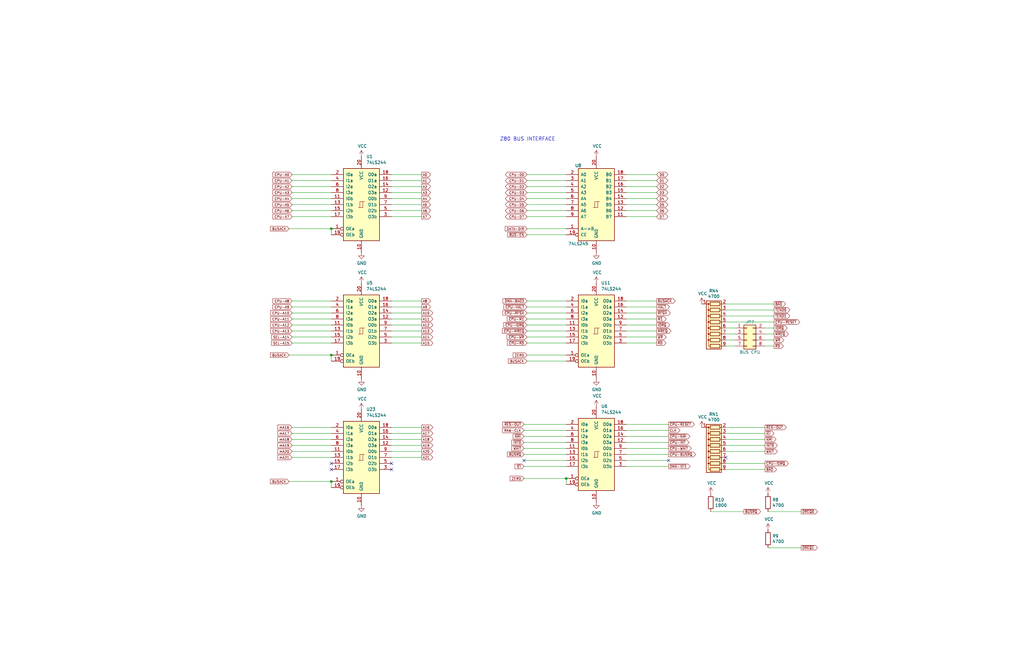
<source format=kicad_sch>
(kicad_sch (version 20211123) (generator eeschema)
  (paper "B")
  (lib_symbols
    (symbol "74xx:74LS244" (pin_names (offset 1.016))
      (property "Reference" "U" (at -7.62 16.51 0))
      (property "Value" "74LS244" (at -7.62 -16.51 0))
      (symbol "74LS244_1_0"
        (polyline (pts (xy -0.635 -1.27) (xy -0.635 1.27) (xy 0.635 1.27)))
        (polyline (pts (xy -1.27 -1.27) (xy 0.635 -1.27) (xy 0.635 1.27) (xy 1.27 1.27)))
        (pin input inverted (at -12.7 -10.16 0) (length 5.08) (name "OEa") (number "1"))
        (pin power_in line (at 0 -20.32 90) (length 5.08) (name "GND") (number "10"))
        (pin input line (at -12.7 2.54 0) (length 5.08) (name "I0b") (number "11"))
        (pin tri_state line (at 12.7 5.08 180) (length 5.08) (name "O3a") (number "12"))
        (pin input line (at -12.7 0 0) (length 5.08) (name "I1b") (number "13"))
        (pin tri_state line (at 12.7 7.62 180) (length 5.08) (name "O2a") (number "14"))
        (pin input line (at -12.7 -2.54 0) (length 5.08) (name "I2b") (number "15"))
        (pin tri_state line (at 12.7 10.16 180) (length 5.08) (name "O1a") (number "16"))
        (pin input line (at -12.7 -5.08 0) (length 5.08) (name "I3b") (number "17"))
        (pin tri_state line (at 12.7 12.7 180) (length 5.08) (name "O0a") (number "18"))
        (pin input inverted (at -12.7 -12.7 0) (length 5.08) (name "OEb") (number "19"))
        (pin input line (at -12.7 12.7 0) (length 5.08) (name "I0a") (number "2"))
        (pin power_in line (at 0 20.32 270) (length 5.08) (name "VCC") (number "20"))
        (pin tri_state line (at 12.7 -5.08 180) (length 5.08) (name "O3b") (number "3"))
        (pin input line (at -12.7 10.16 0) (length 5.08) (name "I1a") (number "4"))
        (pin tri_state line (at 12.7 -2.54 180) (length 5.08) (name "O2b") (number "5"))
        (pin input line (at -12.7 7.62 0) (length 5.08) (name "I2a") (number "6"))
        (pin tri_state line (at 12.7 0 180) (length 5.08) (name "O1b") (number "7"))
        (pin input line (at -12.7 5.08 0) (length 5.08) (name "I3a") (number "8"))
        (pin tri_state line (at 12.7 2.54 180) (length 5.08) (name "O0b") (number "9"))
      )
      (symbol "74LS244_1_1"
        (rectangle (start -7.62 15.24) (end 7.62 -15.24) (stroke (width 0.254)) (fill (type background)))
      )
    )
    (symbol "74xx:74LS245" (pin_names (offset 1.016))
      (property "Reference" "U" (at -7.62 16.51 0))
      (property "Value" "74LS245" (at -7.62 -16.51 0))
      (symbol "74LS245_1_0"
        (polyline (pts (xy -0.635 -1.27) (xy -0.635 1.27) (xy 0.635 1.27)))
        (polyline (pts (xy -1.27 -1.27) (xy 0.635 -1.27) (xy 0.635 1.27) (xy 1.27 1.27)))
        (pin input line (at -12.7 -10.16 0) (length 5.08) (name "A->B") (number "1"))
        (pin power_in line (at 0 -20.32 90) (length 5.08) (name "GND") (number "10"))
        (pin tri_state line (at 12.7 -5.08 180) (length 5.08) (name "B7") (number "11"))
        (pin tri_state line (at 12.7 -2.54 180) (length 5.08) (name "B6") (number "12"))
        (pin tri_state line (at 12.7 0 180) (length 5.08) (name "B5") (number "13"))
        (pin tri_state line (at 12.7 2.54 180) (length 5.08) (name "B4") (number "14"))
        (pin tri_state line (at 12.7 5.08 180) (length 5.08) (name "B3") (number "15"))
        (pin tri_state line (at 12.7 7.62 180) (length 5.08) (name "B2") (number "16"))
        (pin tri_state line (at 12.7 10.16 180) (length 5.08) (name "B1") (number "17"))
        (pin tri_state line (at 12.7 12.7 180) (length 5.08) (name "B0") (number "18"))
        (pin input inverted (at -12.7 -12.7 0) (length 5.08) (name "CE") (number "19"))
        (pin tri_state line (at -12.7 12.7 0) (length 5.08) (name "A0") (number "2"))
        (pin power_in line (at 0 20.32 270) (length 5.08) (name "VCC") (number "20"))
        (pin tri_state line (at -12.7 10.16 0) (length 5.08) (name "A1") (number "3"))
        (pin tri_state line (at -12.7 7.62 0) (length 5.08) (name "A2") (number "4"))
        (pin tri_state line (at -12.7 5.08 0) (length 5.08) (name "A3") (number "5"))
        (pin tri_state line (at -12.7 2.54 0) (length 5.08) (name "A4") (number "6"))
        (pin tri_state line (at -12.7 0 0) (length 5.08) (name "A5") (number "7"))
        (pin tri_state line (at -12.7 -2.54 0) (length 5.08) (name "A6") (number "8"))
        (pin tri_state line (at -12.7 -5.08 0) (length 5.08) (name "A7") (number "9"))
      )
      (symbol "74LS245_1_1"
        (rectangle (start -7.62 15.24) (end 7.62 -15.24) (stroke (width 0.254)) (fill (type background)))
      )
    )
    (symbol "Connector_Generic:Conn_02x04_Odd_Even" (pin_names (offset 1.016) hide)
      (property "Reference" "J" (at 1.27 5.08 0))
      (property "Value" "Conn_02x04_Odd_Even" (at 1.27 -7.62 0))
      (symbol "Conn_02x04_Odd_Even_1_1"
        (rectangle (start -1.27 -4.953) (end 0 -5.207) (stroke (width 0.1524)))
        (rectangle (start -1.27 -2.413) (end 0 -2.667) (stroke (width 0.1524)))
        (rectangle (start -1.27 0.127) (end 0 -0.127) (stroke (width 0.1524)))
        (rectangle (start -1.27 2.667) (end 0 2.413) (stroke (width 0.1524)))
        (rectangle (start -1.27 3.81) (end 3.81 -6.35) (stroke (width 0.254)) (fill (type background)))
        (rectangle (start 3.81 -4.953) (end 2.54 -5.207) (stroke (width 0.1524)))
        (rectangle (start 3.81 -2.413) (end 2.54 -2.667) (stroke (width 0.1524)))
        (rectangle (start 3.81 0.127) (end 2.54 -0.127) (stroke (width 0.1524)))
        (rectangle (start 3.81 2.667) (end 2.54 2.413) (stroke (width 0.1524)))
        (pin passive line (at -5.08 2.54 0) (length 3.81) (name "Pin_1") (number "1"))
        (pin passive line (at 7.62 2.54 180) (length 3.81) (name "Pin_2") (number "2"))
        (pin passive line (at -5.08 0 0) (length 3.81) (name "Pin_3") (number "3"))
        (pin passive line (at 7.62 0 180) (length 3.81) (name "Pin_4") (number "4"))
        (pin passive line (at -5.08 -2.54 0) (length 3.81) (name "Pin_5") (number "5"))
        (pin passive line (at 7.62 -2.54 180) (length 3.81) (name "Pin_6") (number "6"))
        (pin passive line (at -5.08 -5.08 0) (length 3.81) (name "Pin_7") (number "7"))
        (pin passive line (at 7.62 -5.08 180) (length 3.81) (name "Pin_8") (number "8"))
      )
    )
    (symbol "Device:R" (pin_numbers hide) (pin_names (offset 0))
      (property "Reference" "R" (at 2.032 0 90))
      (property "Value" "R" (at 0 0 90))
      (symbol "R_0_1"
        (rectangle (start -1.016 -2.54) (end 1.016 2.54) (stroke (width 0.254)))
      )
      (symbol "R_1_1"
        (pin passive line (at 0 3.81 270) (length 1.27) (name "~") (number "1"))
        (pin passive line (at 0 -3.81 90) (length 1.27) (name "~") (number "2"))
      )
    )
    (symbol "Device:R_Network08" (pin_names (offset 0) hide)
      (property "Reference" "RN" (at -12.7 0 90))
      (property "Value" "R_Network08" (at 10.16 0 90))
      (symbol "R_Network08_0_1"
        (rectangle (start -11.43 -3.175) (end 8.89 3.175) (stroke (width 0.254)) (fill (type background)))
        (rectangle (start -10.922 1.524) (end -9.398 -2.54) (stroke (width 0.254)))
        (circle (center -10.16 2.286) (radius 0.254) (fill (type outline)))
        (rectangle (start -8.382 1.524) (end -6.858 -2.54) (stroke (width 0.254)))
        (circle (center -7.62 2.286) (radius 0.254) (fill (type outline)))
        (rectangle (start -5.842 1.524) (end -4.318 -2.54) (stroke (width 0.254)))
        (circle (center -5.08 2.286) (radius 0.254) (fill (type outline)))
        (rectangle (start -3.302 1.524) (end -1.778 -2.54) (stroke (width 0.254)))
        (circle (center -2.54 2.286) (radius 0.254) (fill (type outline)))
        (rectangle (start -0.762 1.524) (end 0.762 -2.54) (stroke (width 0.254)))
        (polyline (pts (xy -10.16 -2.54) (xy -10.16 -3.81)))
        (polyline (pts (xy -7.62 -2.54) (xy -7.62 -3.81)))
        (polyline (pts (xy -5.08 -2.54) (xy -5.08 -3.81)))
        (polyline (pts (xy -2.54 -2.54) (xy -2.54 -3.81)))
        (polyline (pts (xy 0 -2.54) (xy 0 -3.81)))
        (polyline (pts (xy 2.54 -2.54) (xy 2.54 -3.81)))
        (polyline (pts (xy 5.08 -2.54) (xy 5.08 -3.81)))
        (polyline (pts (xy 7.62 -2.54) (xy 7.62 -3.81)))
        (polyline (pts (xy -10.16 1.524) (xy -10.16 2.286) (xy -7.62 2.286) (xy -7.62 1.524)))
        (polyline (pts (xy -7.62 1.524) (xy -7.62 2.286) (xy -5.08 2.286) (xy -5.08 1.524)))
        (polyline (pts (xy -5.08 1.524) (xy -5.08 2.286) (xy -2.54 2.286) (xy -2.54 1.524)))
        (polyline (pts (xy -2.54 1.524) (xy -2.54 2.286) (xy 0 2.286) (xy 0 1.524)))
        (polyline (pts (xy 0 1.524) (xy 0 2.286) (xy 2.54 2.286) (xy 2.54 1.524)))
        (polyline (pts (xy 2.54 1.524) (xy 2.54 2.286) (xy 5.08 2.286) (xy 5.08 1.524)))
        (polyline (pts (xy 5.08 1.524) (xy 5.08 2.286) (xy 7.62 2.286) (xy 7.62 1.524)))
        (circle (center 0 2.286) (radius 0.254) (fill (type outline)))
        (rectangle (start 1.778 1.524) (end 3.302 -2.54) (stroke (width 0.254)))
        (circle (center 2.54 2.286) (radius 0.254) (fill (type outline)))
        (rectangle (start 4.318 1.524) (end 5.842 -2.54) (stroke (width 0.254)))
        (circle (center 5.08 2.286) (radius 0.254) (fill (type outline)))
        (rectangle (start 6.858 1.524) (end 8.382 -2.54) (stroke (width 0.254)))
      )
      (symbol "R_Network08_1_1"
        (pin passive line (at -10.16 5.08 270) (length 2.54) (name "common") (number "1"))
        (pin passive line (at -10.16 -5.08 90) (length 1.27) (name "R1") (number "2"))
        (pin passive line (at -7.62 -5.08 90) (length 1.27) (name "R2") (number "3"))
        (pin passive line (at -5.08 -5.08 90) (length 1.27) (name "R3") (number "4"))
        (pin passive line (at -2.54 -5.08 90) (length 1.27) (name "R4") (number "5"))
        (pin passive line (at 0 -5.08 90) (length 1.27) (name "R5") (number "6"))
        (pin passive line (at 2.54 -5.08 90) (length 1.27) (name "R6") (number "7"))
        (pin passive line (at 5.08 -5.08 90) (length 1.27) (name "R7") (number "8"))
        (pin passive line (at 7.62 -5.08 90) (length 1.27) (name "R8") (number "9"))
      )
    )
    (symbol "power:GND" (power) (pin_names (offset 0))
      (property "Value" "GND" (at 0 -3.81 0))
      (symbol "GND_0_1"
        (polyline (pts (xy 0 0) (xy 0 -1.27) (xy 1.27 -1.27) (xy 0 -2.54) (xy -1.27 -1.27) (xy 0 -1.27)))
      )
      (symbol "GND_1_1"
        (pin power_in line (at 0 0 270) (length 0) hide (name "GND") (number "1"))
      )
    )
    (symbol "power:VCC" (power) (pin_names (offset 0))
      (property "Value" "VCC" (at 0 3.81 0))
      (symbol "VCC_0_1"
        (polyline (pts (xy -0.762 1.27) (xy 0 2.54)))
        (polyline (pts (xy 0 0) (xy 0 2.54)))
        (polyline (pts (xy 0 2.54) (xy 0.762 1.27)))
      )
      (symbol "VCC_1_1"
        (pin power_in line (at 0 0 90) (length 0) hide (name "VCC") (number "1"))
      )
    )
  )
  (junction (at 139.7 203.2))
  (junction (at 139.7 96.52))
  (junction (at 139.7 149.86))
  (junction (at 238.76 201.93))
  (no_connect (at 165.1 195.58))
  (no_connect (at 220.98 194.31))
  (no_connect (at 281.94 194.31))
  (no_connect (at 139.7 198.12))
  (no_connect (at 165.1 198.12))
  (no_connect (at 139.7 195.58))
  (no_connect (at 306.07 193.04))
  (wire (pts (xy 264.16 132.08) (xy 276.86 132.08)))
  (wire (pts (xy 165.1 193.04) (xy 177.8 193.04)))
  (wire (pts (xy 139.7 96.52) (xy 121.92 96.52)))
  (wire (pts (xy 123.19 73.66) (xy 139.7 73.66)))
  (wire (pts (xy 264.16 179.07) (xy 281.94 179.07)))
  (wire (pts (xy 306.07 190.5) (xy 322.58 190.5)))
  (wire (pts (xy 264.16 137.16) (xy 276.86 137.16)))
  (wire (pts (xy 306.07 143.51) (xy 309.88 143.51)))
  (wire (pts (xy 123.19 88.9) (xy 139.7 88.9)))
  (wire (pts (xy 165.1 76.2) (xy 177.8 76.2)))
  (wire (pts (xy 222.25 83.82) (xy 238.76 83.82)))
  (wire (pts (xy 264.16 184.15) (xy 281.94 184.15)))
  (wire (pts (xy 222.25 144.78) (xy 238.76 144.78)))
  (wire (pts (xy 165.1 86.36) (xy 177.8 86.36)))
  (wire (pts (xy 165.1 137.16) (xy 177.8 137.16)))
  (wire (pts (xy 165.1 129.54) (xy 177.8 129.54)))
  (wire (pts (xy 264.16 196.85) (xy 281.94 196.85)))
  (wire (pts (xy 322.58 138.43) (xy 326.39 138.43)))
  (wire (pts (xy 322.58 146.05) (xy 326.39 146.05)))
  (wire (pts (xy 323.85 215.9) (xy 337.82 215.9)))
  (wire (pts (xy 165.1 182.88) (xy 177.8 182.88)))
  (wire (pts (xy 306.07 195.58) (xy 322.58 195.58)))
  (wire (pts (xy 123.19 81.28) (xy 139.7 81.28)))
  (wire (pts (xy 222.25 132.08) (xy 238.76 132.08)))
  (wire (pts (xy 165.1 139.7) (xy 177.8 139.7)))
  (wire (pts (xy 123.19 76.2) (xy 139.7 76.2)))
  (wire (pts (xy 306.07 182.88) (xy 322.58 182.88)))
  (wire (pts (xy 165.1 127) (xy 177.8 127)))
  (wire (pts (xy 165.1 73.66) (xy 177.8 73.66)))
  (wire (pts (xy 222.25 81.28) (xy 238.76 81.28)))
  (wire (pts (xy 264.16 86.36) (xy 276.86 86.36)))
  (wire (pts (xy 139.7 152.4) (xy 139.7 149.86)))
  (wire (pts (xy 306.07 180.34) (xy 322.58 180.34)))
  (wire (pts (xy 306.07 140.97) (xy 309.88 140.97)))
  (wire (pts (xy 222.25 137.16) (xy 238.76 137.16)))
  (wire (pts (xy 123.19 91.44) (xy 139.7 91.44)))
  (wire (pts (xy 281.94 191.77) (xy 264.16 191.77)))
  (wire (pts (xy 238.76 134.62) (xy 222.25 134.62)))
  (wire (pts (xy 306.07 146.05) (xy 309.88 146.05)))
  (wire (pts (xy 222.25 76.2) (xy 238.76 76.2)))
  (wire (pts (xy 264.16 81.28) (xy 276.86 81.28)))
  (wire (pts (xy 139.7 149.86) (xy 121.92 149.86)))
  (wire (pts (xy 264.16 142.24) (xy 276.86 142.24)))
  (wire (pts (xy 222.25 86.36) (xy 238.76 86.36)))
  (wire (pts (xy 264.16 127) (xy 276.86 127)))
  (wire (pts (xy 264.16 181.61) (xy 281.94 181.61)))
  (wire (pts (xy 264.16 134.62) (xy 276.86 134.62)))
  (wire (pts (xy 222.25 142.24) (xy 238.76 142.24)))
  (wire (pts (xy 222.25 129.54) (xy 238.76 129.54)))
  (wire (pts (xy 123.19 129.54) (xy 139.7 129.54)))
  (wire (pts (xy 306.07 198.12) (xy 322.58 198.12)))
  (wire (pts (xy 123.19 83.82) (xy 139.7 83.82)))
  (wire (pts (xy 264.16 88.9) (xy 276.86 88.9)))
  (wire (pts (xy 165.1 187.96) (xy 177.8 187.96)))
  (wire (pts (xy 123.19 137.16) (xy 139.7 137.16)))
  (wire (pts (xy 165.1 88.9) (xy 177.8 88.9)))
  (wire (pts (xy 222.25 73.66) (xy 238.76 73.66)))
  (wire (pts (xy 281.94 189.23) (xy 264.16 189.23)))
  (wire (pts (xy 123.19 132.08) (xy 139.7 132.08)))
  (wire (pts (xy 165.1 91.44) (xy 177.8 91.44)))
  (wire (pts (xy 222.25 149.86) (xy 238.76 149.86)))
  (wire (pts (xy 220.98 191.77) (xy 238.76 191.77)))
  (wire (pts (xy 165.1 78.74) (xy 177.8 78.74)))
  (wire (pts (xy 165.1 144.78) (xy 177.8 144.78)))
  (wire (pts (xy 165.1 81.28) (xy 177.8 81.28)))
  (wire (pts (xy 322.58 143.51) (xy 326.39 143.51)))
  (wire (pts (xy 123.19 187.96) (xy 139.7 187.96)))
  (wire (pts (xy 264.16 139.7) (xy 276.86 139.7)))
  (wire (pts (xy 222.25 99.06) (xy 238.76 99.06)))
  (wire (pts (xy 306.07 138.43) (xy 309.88 138.43)))
  (wire (pts (xy 264.16 83.82) (xy 276.86 83.82)))
  (wire (pts (xy 306.07 135.89) (xy 326.39 135.89)))
  (wire (pts (xy 165.1 134.62) (xy 177.8 134.62)))
  (wire (pts (xy 165.1 83.82) (xy 177.8 83.82)))
  (wire (pts (xy 165.1 185.42) (xy 177.8 185.42)))
  (wire (pts (xy 323.85 231.14) (xy 337.82 231.14)))
  (wire (pts (xy 165.1 142.24) (xy 177.8 142.24)))
  (wire (pts (xy 264.16 194.31) (xy 281.94 194.31)))
  (wire (pts (xy 220.98 186.69) (xy 238.76 186.69)))
  (wire (pts (xy 264.16 186.69) (xy 281.94 186.69)))
  (wire (pts (xy 123.19 144.78) (xy 139.7 144.78)))
  (wire (pts (xy 306.07 133.35) (xy 326.39 133.35)))
  (wire (pts (xy 306.07 187.96) (xy 322.58 187.96)))
  (wire (pts (xy 222.25 152.4) (xy 238.76 152.4)))
  (wire (pts (xy 222.25 139.7) (xy 238.76 139.7)))
  (wire (pts (xy 139.7 205.74) (xy 139.7 203.2)))
  (wire (pts (xy 123.19 180.34) (xy 139.7 180.34)))
  (wire (pts (xy 123.19 139.7) (xy 139.7 139.7)))
  (wire (pts (xy 123.19 185.42) (xy 139.7 185.42)))
  (wire (pts (xy 220.98 184.15) (xy 238.76 184.15)))
  (wire (pts (xy 165.1 180.34) (xy 177.8 180.34)))
  (wire (pts (xy 123.19 193.04) (xy 139.7 193.04)))
  (wire (pts (xy 322.58 140.97) (xy 326.39 140.97)))
  (wire (pts (xy 139.7 203.2) (xy 121.92 203.2)))
  (wire (pts (xy 238.76 201.93) (xy 238.76 204.47)))
  (wire (pts (xy 220.98 179.07) (xy 238.76 179.07)))
  (wire (pts (xy 220.98 194.31) (xy 238.76 194.31)))
  (wire (pts (xy 123.19 134.62) (xy 139.7 134.62)))
  (wire (pts (xy 165.1 132.08) (xy 177.8 132.08)))
  (wire (pts (xy 220.98 201.93) (xy 238.76 201.93)))
  (wire (pts (xy 264.16 76.2) (xy 276.86 76.2)))
  (wire (pts (xy 264.16 73.66) (xy 276.86 73.66)))
  (wire (pts (xy 222.25 96.52) (xy 238.76 96.52)))
  (wire (pts (xy 123.19 190.5) (xy 139.7 190.5)))
  (wire (pts (xy 264.16 91.44) (xy 276.86 91.44)))
  (wire (pts (xy 165.1 190.5) (xy 177.8 190.5)))
  (wire (pts (xy 238.76 127) (xy 222.25 127)))
  (wire (pts (xy 220.98 196.85) (xy 238.76 196.85)))
  (wire (pts (xy 123.19 142.24) (xy 139.7 142.24)))
  (wire (pts (xy 306.07 128.27) (xy 326.39 128.27)))
  (wire (pts (xy 123.19 127) (xy 139.7 127)))
  (wire (pts (xy 264.16 144.78) (xy 276.86 144.78)))
  (wire (pts (xy 222.25 78.74) (xy 238.76 78.74)))
  (wire (pts (xy 123.19 182.88) (xy 139.7 182.88)))
  (wire (pts (xy 264.16 78.74) (xy 276.86 78.74)))
  (wire (pts (xy 306.07 130.81) (xy 326.39 130.81)))
  (wire (pts (xy 139.7 99.06) (xy 139.7 96.52)))
  (wire (pts (xy 123.19 86.36) (xy 139.7 86.36)))
  (wire (pts (xy 306.07 185.42) (xy 322.58 185.42)))
  (wire (pts (xy 123.19 78.74) (xy 139.7 78.74)))
  (wire (pts (xy 264.16 129.54) (xy 276.86 129.54)))
  (wire (pts (xy 220.98 181.61) (xy 238.76 181.61)))
  (wire (pts (xy 220.98 189.23) (xy 238.76 189.23)))
  (wire (pts (xy 222.25 91.44) (xy 238.76 91.44)))
  (wire (pts (xy 222.25 88.9) (xy 238.76 88.9)))
  (wire (pts (xy 299.72 215.9) (xy 313.69 215.9)))
  (text "Z80 BUS INTERFACE" (at 210.82 59.69 0) (effects (font (size 1.524 1.524)) (justify left bottom)))
  (global_label "A9" (shape output) (at 177.8 129.54 0) (effects (font (size 1.016 1.016))) (property "Intersheet References" "${INTERSHEET_REFS}" (effects hide)))
  (global_label "mA20" (shape input) (at 123.19 190.5 180) (effects (font (size 1.016 1.016))) (property "Intersheet References" "${INTERSHEET_REFS}" (effects hide)))
  (global_label "D1" (shape bidirectional) (at 276.86 76.2 0) (effects (font (size 1.016 1.016))) (property "Intersheet References" "${INTERSHEET_REFS}" (effects hide)))
  (global_label "~{CPU-WAIT}" (shape output) (at 281.94 189.23 0) (effects (font (size 1.016 1.016))) (property "Intersheet References" "${INTERSHEET_REFS}" (effects hide)))
  (global_label "A19" (shape output) (at 177.8 187.96 0) (effects (font (size 1.016 1.016))) (property "Intersheet References" "${INTERSHEET_REFS}" (effects hide)))
  (global_label "~{RD}" (shape output) (at 276.86 144.78 0) (effects (font (size 1.016 1.016))) (property "Intersheet References" "${INTERSHEET_REFS}" (effects hide)))
  (global_label "~{TEND1}" (shape output) (at 326.39 133.35 0) (effects (font (size 1.016 1.016))) (property "Intersheet References" "${INTERSHEET_REFS}" (effects hide)))
  (global_label "mA16" (shape input) (at 123.19 180.34 180) (effects (font (size 1.016 1.016))) (property "Intersheet References" "${INTERSHEET_REFS}" (effects hide)))
  (global_label "~{IEI}" (shape input) (at 220.98 196.85 180) (effects (font (size 1.016 1.016))) (property "Intersheet References" "${INTERSHEET_REFS}" (effects hide)))
  (global_label "BUSACK" (shape input) (at 222.25 152.4 180) (effects (font (size 1.016 1.016))) (property "Intersheet References" "${INTERSHEET_REFS}" (effects hide)))
  (global_label "~{NMI}" (shape input) (at 220.98 184.15 180) (effects (font (size 1.016 1.016))) (property "Intersheet References" "${INTERSHEET_REFS}" (effects hide)))
  (global_label "~{CPU-IORQ}" (shape input) (at 222.25 137.16 180) (effects (font (size 1.016 1.016))) (property "Intersheet References" "${INTERSHEET_REFS}" (effects hide)))
  (global_label "A16" (shape output) (at 177.8 180.34 0) (effects (font (size 1.016 1.016))) (property "Intersheet References" "${INTERSHEET_REFS}" (effects hide)))
  (global_label "~{CPU-BUSRQ}" (shape output) (at 281.94 191.77 0) (effects (font (size 1.016 1.016))) (property "Intersheet References" "${INTERSHEET_REFS}" (effects hide)))
  (global_label "SEL-A14" (shape input) (at 123.19 142.24 180) (effects (font (size 1.016 1.016))) (property "Intersheet References" "${INTERSHEET_REFS}" (effects hide)))
  (global_label "~{CPU-M1}" (shape input) (at 222.25 134.62 180) (effects (font (size 1.016 1.016))) (property "Intersheet References" "${INTERSHEET_REFS}" (effects hide)))
  (global_label "CPU-A11" (shape input) (at 123.19 134.62 180) (effects (font (size 1.016 1.016))) (property "Intersheet References" "${INTERSHEET_REFS}" (effects hide)))
  (global_label "~{WAIT}" (shape output) (at 322.58 190.5 0) (effects (font (size 1.016 1.016))) (property "Intersheet References" "${INTERSHEET_REFS}" (effects hide)))
  (global_label "SEL-A15" (shape input) (at 123.19 144.78 180) (effects (font (size 1.016 1.016))) (property "Intersheet References" "${INTERSHEET_REFS}" (effects hide)))
  (global_label "CPU-A13" (shape input) (at 123.19 139.7 180) (effects (font (size 1.016 1.016))) (property "Intersheet References" "${INTERSHEET_REFS}" (effects hide)))
  (global_label "A15" (shape output) (at 177.8 144.78 0) (effects (font (size 1.016 1.016))) (property "Intersheet References" "${INTERSHEET_REFS}" (effects hide)))
  (global_label "BUSACK" (shape input) (at 121.92 96.52 180) (effects (font (size 1.016 1.016))) (property "Intersheet References" "${INTERSHEET_REFS}" (effects hide)))
  (global_label "A0" (shape output) (at 177.8 73.66 0) (effects (font (size 1.016 1.016))) (property "Intersheet References" "${INTERSHEET_REFS}" (effects hide)))
  (global_label "DATA-DIR" (shape input) (at 222.25 96.52 180) (effects (font (size 1.016 1.016))) (property "Intersheet References" "${INTERSHEET_REFS}" (effects hide)))
  (global_label "~{DREQ0}" (shape output) (at 337.82 215.9 0) (effects (font (size 1.016 1.016))) (property "Intersheet References" "${INTERSHEET_REFS}" (effects hide)))
  (global_label "~{RFSH}" (shape output) (at 276.86 132.08 0) (effects (font (size 1.016 1.016))) (property "Intersheet References" "${INTERSHEET_REFS}" (effects hide)))
  (global_label "~{CPU-MREQ}" (shape input) (at 222.25 139.7 180) (effects (font (size 1.016 1.016))) (property "Intersheet References" "${INTERSHEET_REFS}" (effects hide)))
  (global_label "CPU-A8" (shape input) (at 123.19 127 180) (effects (font (size 1.016 1.016))) (property "Intersheet References" "${INTERSHEET_REFS}" (effects hide)))
  (global_label "CPU-A5" (shape input) (at 123.19 86.36 180) (effects (font (size 1.016 1.016))) (property "Intersheet References" "${INTERSHEET_REFS}" (effects hide)))
  (global_label "~{CPU-IORQ}" (shape output) (at 322.58 195.58 0) (effects (font (size 1.016 1.016))) (property "Intersheet References" "${INTERSHEET_REFS}" (effects hide)))
  (global_label "BUSACK" (shape input) (at 121.92 149.86 180) (effects (font (size 1.016 1.016))) (property "Intersheet References" "${INTERSHEET_REFS}" (effects hide)))
  (global_label "A4" (shape output) (at 177.8 83.82 0) (effects (font (size 1.016 1.016))) (property "Intersheet References" "${INTERSHEET_REFS}" (effects hide)))
  (global_label "ZERO" (shape input) (at 222.25 149.86 180) (effects (font (size 1.016 1.016))) (property "Intersheet References" "${INTERSHEET_REFS}" (effects hide)))
  (global_label "D2" (shape bidirectional) (at 276.86 78.74 0) (effects (font (size 1.016 1.016))) (property "Intersheet References" "${INTERSHEET_REFS}" (effects hide)))
  (global_label "~{BAO}" (shape output) (at 326.39 128.27 0) (effects (font (size 1.016 1.016))) (property "Intersheet References" "${INTERSHEET_REFS}" (effects hide)))
  (global_label "~{WAIT}" (shape input) (at 220.98 189.23 180) (effects (font (size 1.016 1.016))) (property "Intersheet References" "${INTERSHEET_REFS}" (effects hide)))
  (global_label "~{RES-OUT}" (shape input) (at 220.98 179.07 180) (effects (font (size 1.016 1.016))) (property "Intersheet References" "${INTERSHEET_REFS}" (effects hide)))
  (global_label "CPU-A6" (shape input) (at 123.19 88.9 180) (effects (font (size 1.016 1.016))) (property "Intersheet References" "${INTERSHEET_REFS}" (effects hide)))
  (global_label "~{CPU-RESET}" (shape output) (at 326.39 135.89 0) (effects (font (size 1.016 1.016))) (property "Intersheet References" "${INTERSHEET_REFS}" (effects hide)))
  (global_label "CPU-A2" (shape input) (at 123.19 78.74 180) (effects (font (size 1.016 1.016))) (property "Intersheet References" "${INTERSHEET_REFS}" (effects hide)))
  (global_label "mA17" (shape input) (at 123.19 182.88 180) (effects (font (size 1.016 1.016))) (property "Intersheet References" "${INTERSHEET_REFS}" (effects hide)))
  (global_label "~{M1}" (shape output) (at 276.86 134.62 0) (effects (font (size 1.016 1.016))) (property "Intersheet References" "${INTERSHEET_REFS}" (effects hide)))
  (global_label "~{NMI}" (shape output) (at 322.58 185.42 0) (effects (font (size 1.016 1.016))) (property "Intersheet References" "${INTERSHEET_REFS}" (effects hide)))
  (global_label "ZERO" (shape input) (at 220.98 201.93 180) (effects (font (size 1.016 1.016))) (property "Intersheet References" "${INTERSHEET_REFS}" (effects hide)))
  (global_label "CPU-A0" (shape input) (at 123.19 73.66 180) (effects (font (size 1.016 1.016))) (property "Intersheet References" "${INTERSHEET_REFS}" (effects hide)))
  (global_label "CLK" (shape output) (at 281.94 181.61 0) (effects (font (size 1.016 1.016))) (property "Intersheet References" "${INTERSHEET_REFS}" (effects hide)))
  (global_label "~{IORQ}" (shape output) (at 326.39 138.43 0) (effects (font (size 1.016 1.016))) (property "Intersheet References" "${INTERSHEET_REFS}" (effects hide)))
  (global_label "CPU-A3" (shape input) (at 123.19 81.28 180) (effects (font (size 1.016 1.016))) (property "Intersheet References" "${INTERSHEET_REFS}" (effects hide)))
  (global_label "A20" (shape output) (at 177.8 190.5 0) (effects (font (size 1.016 1.016))) (property "Intersheet References" "${INTERSHEET_REFS}" (effects hide)))
  (global_label "~{INT0}" (shape input) (at 220.98 186.69 180) (effects (font (size 1.016 1.016))) (property "Intersheet References" "${INTERSHEET_REFS}" (effects hide)))
  (global_label "mA19" (shape input) (at 123.19 187.96 180) (effects (font (size 1.016 1.016))) (property "Intersheet References" "${INTERSHEET_REFS}" (effects hide)))
  (global_label "~{CPU-INT}" (shape output) (at 281.94 186.69 0) (effects (font (size 1.016 1.016))) (property "Intersheet References" "${INTERSHEET_REFS}" (effects hide)))
  (global_label "A18" (shape output) (at 177.8 185.42 0) (effects (font (size 1.016 1.016))) (property "Intersheet References" "${INTERSHEET_REFS}" (effects hide)))
  (global_label "~{DREQ1}" (shape output) (at 337.82 231.14 0) (effects (font (size 1.016 1.016))) (property "Intersheet References" "${INTERSHEET_REFS}" (effects hide)))
  (global_label "A3" (shape output) (at 177.8 81.28 0) (effects (font (size 1.016 1.016))) (property "Intersheet References" "${INTERSHEET_REFS}" (effects hide)))
  (global_label "D3" (shape bidirectional) (at 276.86 81.28 0) (effects (font (size 1.016 1.016))) (property "Intersheet References" "${INTERSHEET_REFS}" (effects hide)))
  (global_label "CPU-D3" (shape bidirectional) (at 222.25 81.28 180) (effects (font (size 1.016 1.016))) (property "Intersheet References" "${INTERSHEET_REFS}" (effects hide)))
  (global_label "CPU-D5" (shape bidirectional) (at 222.25 86.36 180) (effects (font (size 1.016 1.016))) (property "Intersheet References" "${INTERSHEET_REFS}" (effects hide)))
  (global_label "mA18" (shape input) (at 123.19 185.42 180) (effects (font (size 1.016 1.016))) (property "Intersheet References" "${INTERSHEET_REFS}" (effects hide)))
  (global_label "D7" (shape bidirectional) (at 276.86 91.44 0) (effects (font (size 1.016 1.016))) (property "Intersheet References" "${INTERSHEET_REFS}" (effects hide)))
  (global_label "~{BUSRQ}" (shape input) (at 220.98 191.77 180) (effects (font (size 1.016 1.016))) (property "Intersheet References" "${INTERSHEET_REFS}" (effects hide)))
  (global_label "~{RD}" (shape output) (at 326.39 146.05 0) (effects (font (size 1.016 1.016))) (property "Intersheet References" "${INTERSHEET_REFS}" (effects hide)))
  (global_label "CPU-D7" (shape bidirectional) (at 222.25 91.44 180) (effects (font (size 1.016 1.016))) (property "Intersheet References" "${INTERSHEET_REFS}" (effects hide)))
  (global_label "CPU-A4" (shape input) (at 123.19 83.82 180) (effects (font (size 1.016 1.016))) (property "Intersheet References" "${INTERSHEET_REFS}" (effects hide)))
  (global_label "CPU-A12" (shape input) (at 123.19 137.16 180) (effects (font (size 1.016 1.016))) (property "Intersheet References" "${INTERSHEET_REFS}" (effects hide)))
  (global_label "CPU-D0" (shape bidirectional) (at 222.25 73.66 180) (effects (font (size 1.016 1.016))) (property "Intersheet References" "${INTERSHEET_REFS}" (effects hide)))
  (global_label "~{BAO}" (shape output) (at 322.58 198.12 0) (effects (font (size 1.016 1.016))) (property "Intersheet References" "${INTERSHEET_REFS}" (effects hide)))
  (global_label "CPU-D6" (shape bidirectional) (at 222.25 88.9 180) (effects (font (size 1.016 1.016))) (property "Intersheet References" "${INTERSHEET_REFS}" (effects hide)))
  (global_label "BUSACK" (shape input) (at 121.92 203.2 180) (effects (font (size 1.016 1.016))) (property "Intersheet References" "${INTERSHEET_REFS}" (effects hide)))
  (global_label "~{CPU-RESET}" (shape output) (at 281.94 179.07 0) (effects (font (size 1.016 1.016))) (property "Intersheet References" "${INTERSHEET_REFS}" (effects hide)))
  (global_label "~{WR}" (shape output) (at 326.39 143.51 0) (effects (font (size 1.016 1.016))) (property "Intersheet References" "${INTERSHEET_REFS}" (effects hide)))
  (global_label "A8" (shape output) (at 177.8 127 0) (effects (font (size 1.016 1.016))) (property "Intersheet References" "${INTERSHEET_REFS}" (effects hide)))
  (global_label "~{RES-OUT}" (shape output) (at 322.58 180.34 0) (effects (font (size 1.016 1.016))) (property "Intersheet References" "${INTERSHEET_REFS}" (effects hide)))
  (global_label "A5" (shape output) (at 177.8 86.36 0) (effects (font (size 1.016 1.016))) (property "Intersheet References" "${INTERSHEET_REFS}" (effects hide)))
  (global_label "~{TEND0}" (shape output) (at 326.39 130.81 0) (effects (font (size 1.016 1.016))) (property "Intersheet References" "${INTERSHEET_REFS}" (effects hide)))
  (global_label "A11" (shape output) (at 177.8 134.62 0) (effects (font (size 1.016 1.016))) (property "Intersheet References" "${INTERSHEET_REFS}" (effects hide)))
  (global_label "~{CPU-RD}" (shape input) (at 222.25 144.78 180) (effects (font (size 1.016 1.016))) (property "Intersheet References" "${INTERSHEET_REFS}" (effects hide)))
  (global_label "D6" (shape bidirectional) (at 276.86 88.9 0) (effects (font (size 1.016 1.016))) (property "Intersheet References" "${INTERSHEET_REFS}" (effects hide)))
  (global_label "A13" (shape output) (at 177.8 139.7 0) (effects (font (size 1.016 1.016))) (property "Intersheet References" "${INTERSHEET_REFS}" (effects hide)))
  (global_label "CPU-D2" (shape bidirectional) (at 222.25 78.74 180) (effects (font (size 1.016 1.016))) (property "Intersheet References" "${INTERSHEET_REFS}" (effects hide)))
  (global_label "CPU-A9" (shape input) (at 123.19 129.54 180) (effects (font (size 1.016 1.016))) (property "Intersheet References" "${INTERSHEET_REFS}" (effects hide)))
  (global_label "~{CPU-RFSH}" (shape input) (at 222.25 132.08 180) (effects (font (size 1.016 1.016))) (property "Intersheet References" "${INTERSHEET_REFS}" (effects hide)))
  (global_label "A7" (shape output) (at 177.8 91.44 0) (effects (font (size 1.016 1.016))) (property "Intersheet References" "${INTERSHEET_REFS}" (effects hide)))
  (global_label "~{MREQ}" (shape output) (at 276.86 139.7 0) (effects (font (size 1.016 1.016))) (property "Intersheet References" "${INTERSHEET_REFS}" (effects hide)))
  (global_label "CPU-D4" (shape bidirectional) (at 222.25 83.82 180) (effects (font (size 1.016 1.016))) (property "Intersheet References" "${INTERSHEET_REFS}" (effects hide)))
  (global_label "~{MREQ}" (shape output) (at 326.39 140.97 0) (effects (font (size 1.016 1.016))) (property "Intersheet References" "${INTERSHEET_REFS}" (effects hide)))
  (global_label "A14" (shape output) (at 177.8 142.24 0) (effects (font (size 1.016 1.016))) (property "Intersheet References" "${INTERSHEET_REFS}" (effects hide)))
  (global_label "CPU-A7" (shape input) (at 123.19 91.44 180) (effects (font (size 1.016 1.016))) (property "Intersheet References" "${INTERSHEET_REFS}" (effects hide)))
  (global_label "CPU-A1" (shape input) (at 123.19 76.2 180) (effects (font (size 1.016 1.016))) (property "Intersheet References" "${INTERSHEET_REFS}" (effects hide)))
  (global_label "~{DMA-BAO2}" (shape input) (at 222.25 127 180) (effects (font (size 1.016 1.016))) (property "Intersheet References" "${INTERSHEET_REFS}" (effects hide)))
  (global_label "~{IORQ}" (shape output) (at 276.86 137.16 0) (effects (font (size 1.016 1.016))) (property "Intersheet References" "${INTERSHEET_REFS}" (effects hide)))
  (global_label "A2" (shape output) (at 177.8 78.74 0) (effects (font (size 1.016 1.016))) (property "Intersheet References" "${INTERSHEET_REFS}" (effects hide)))
  (global_label "~{INT0}" (shape output) (at 322.58 187.96 0) (effects (font (size 1.016 1.016))) (property "Intersheet References" "${INTERSHEET_REFS}" (effects hide)))
  (global_label "~{HALT}" (shape output) (at 276.86 129.54 0) (effects (font (size 1.016 1.016))) (property "Intersheet References" "${INTERSHEET_REFS}" (effects hide)))
  (global_label "A12" (shape output) (at 177.8 137.16 0) (effects (font (size 1.016 1.016))) (property "Intersheet References" "${INTERSHEET_REFS}" (effects hide)))
  (global_label "D0" (shape bidirectional) (at 276.86 73.66 0) (effects (font (size 1.016 1.016))) (property "Intersheet References" "${INTERSHEET_REFS}" (effects hide)))
  (global_label "~{CPU-WR}" (shape input) (at 222.25 142.24 180) (effects (font (size 1.016 1.016))) (property "Intersheet References" "${INTERSHEET_REFS}" (effects hide)))
  (global_label "CPU-A10" (shape input) (at 123.19 132.08 180) (effects (font (size 1.016 1.016))) (property "Intersheet References" "${INTERSHEET_REFS}" (effects hide)))
  (global_label "A10" (shape output) (at 177.8 132.08 0) (effects (font (size 1.016 1.016))) (property "Intersheet References" "${INTERSHEET_REFS}" (effects hide)))
  (global_label "D4" (shape bidirectional) (at 276.86 83.82 0) (effects (font (size 1.016 1.016))) (property "Intersheet References" "${INTERSHEET_REFS}" (effects hide)))
  (global_label "mA21" (shape input) (at 123.19 193.04 180) (effects (font (size 1.016 1.016))) (property "Intersheet References" "${INTERSHEET_REFS}" (effects hide)))
  (global_label "A21" (shape output) (at 177.8 193.04 0) (effects (font (size 1.016 1.016))) (property "Intersheet References" "${INTERSHEET_REFS}" (effects hide)))
  (global_label "~{CPU-HALT}" (shape input) (at 222.25 129.54 180) (effects (font (size 1.016 1.016))) (property "Intersheet References" "${INTERSHEET_REFS}" (effects hide)))
  (global_label "~{DMA-IEI1}" (shape output) (at 281.94 196.85 0) (effects (font (size 1.016 1.016))) (property "Intersheet References" "${INTERSHEET_REFS}" (effects hide)))
  (global_label "~{BUSACK}" (shape output) (at 276.86 127 0) (effects (font (size 1.016 1.016))) (property "Intersheet References" "${INTERSHEET_REFS}" (effects hide)))
  (global_label "~{IEI}" (shape output) (at 322.58 182.88 0) (effects (font (size 1.016 1.016))) (property "Intersheet References" "${INTERSHEET_REFS}" (effects hide)))
  (global_label "~{WR}" (shape output) (at 276.86 142.24 0) (effects (font (size 1.016 1.016))) (property "Intersheet References" "${INTERSHEET_REFS}" (effects hide)))
  (global_label "~{BUS-EN}" (shape input) (at 222.25 99.06 180) (effects (font (size 1.016 1.016))) (property "Intersheet References" "${INTERSHEET_REFS}" (effects hide)))
  (global_label "CPU-D1" (shape bidirectional) (at 222.25 76.2 180) (effects (font (size 1.016 1.016))) (property "Intersheet References" "${INTERSHEET_REFS}" (effects hide)))
  (global_label "A6" (shape output) (at 177.8 88.9 0) (effects (font (size 1.016 1.016))) (property "Intersheet References" "${INTERSHEET_REFS}" (effects hide)))
  (global_label "D5" (shape bidirectional) (at 276.86 86.36 0) (effects (font (size 1.016 1.016))) (property "Intersheet References" "${INTERSHEET_REFS}" (effects hide)))
  (global_label "A1" (shape output) (at 177.8 76.2 0) (effects (font (size 1.016 1.016))) (property "Intersheet References" "${INTERSHEET_REFS}" (effects hide)))
  (global_label "A17" (shape output) (at 177.8 182.88 0) (effects (font (size 1.016 1.016))) (property "Intersheet References" "${INTERSHEET_REFS}" (effects hide)))
  (global_label "RAW-CLK" (shape input) (at 220.98 181.61 180) (effects (font (size 1.016 1.016))) (property "Intersheet References" "${INTERSHEET_REFS}" (effects hide)))
  (global_label "~{CPU-NMI}" (shape output) (at 281.94 184.15 0) (effects (font (size 1.016 1.016))) (property "Intersheet References" "${INTERSHEET_REFS}" (effects hide)))
  (global_label "~{BUSRQ}" (shape output) (at 313.69 215.9 0) (effects (font (size 1.016 1.016))) (property "Intersheet References" "${INTERSHEET_REFS}" (effects hide)))
  (symbol (lib_id "power:VCC") (at 152.4 172.72 0) (unit 1)
    (property "Reference" "#PWR07" (effects hide))
    (property "Value" "VCC" (at 152.781 168.3258 0))
  )
  (symbol (lib_id "power:GND") (at 152.4 213.36 0) (unit 1)
    (property "Reference" "#PWR09" (effects hide))
    (property "Value" "GND" (at 152.527 217.7542 0))
  )
  (symbol (lib_id "power:VCC") (at 152.4 66.04 0) (unit 1)
    (property "Reference" "#PWR0125" (effects hide))
    (property "Value" "VCC" (at 152.781 61.6458 0))
  )
  (symbol (lib_id "power:GND") (at 152.4 106.68 0) (unit 1)
    (property "Reference" "#PWR0126" (effects hide))
    (property "Value" "GND" (at 152.527 111.0742 0))
  )
  (symbol (lib_id "power:VCC") (at 152.4 119.38 0) (unit 1)
    (property "Reference" "#PWR0127" (effects hide))
    (property "Value" "VCC" (at 152.781 114.9858 0))
  )
  (symbol (lib_id "power:GND") (at 152.4 160.02 0) (unit 1)
    (property "Reference" "#PWR0128" (effects hide))
    (property "Value" "GND" (at 152.527 164.4142 0))
  )
  (symbol (lib_id "74xx:74LS245") (at 251.46 86.36 0) (unit 1)
    (property "Reference" "U8" (at 243.84 69.85 0))
    (property "Value" "74LS245" (at 243.84 102.87 0))
    (property "Footprint" "Package_DIP:DIP-20_W7.62mm" (effects hide))
    (property "Datasheet" "http://www.ti.com/lit/gpn/sn74LS245" (effects hide))
  )
  (symbol (lib_id "power:VCC") (at 251.46 66.04 0) (unit 1)
    (property "Reference" "#PWR0129" (effects hide))
    (property "Value" "VCC" (at 251.841 61.6458 0))
  )
  (symbol (lib_id "power:GND") (at 251.46 106.68 0) (unit 1)
    (property "Reference" "#PWR0130" (effects hide))
    (property "Value" "GND" (at 251.587 111.0742 0))
  )
  (symbol (lib_id "power:VCC") (at 251.46 119.38 0) (unit 1)
    (property "Reference" "#PWR0110" (effects hide))
    (property "Value" "VCC" (at 251.841 114.9858 0))
  )
  (symbol (lib_id "power:GND") (at 251.46 160.02 0) (unit 1)
    (property "Reference" "#PWR0131" (effects hide))
    (property "Value" "GND" (at 251.587 164.4142 0))
  )
  (symbol (lib_id "Device:R_Network08") (at 300.99 138.43 90) (mirror x) (unit 1)
    (property "Reference" "RN4" (at 300.99 122.7582 90))
    (property "Value" "4700" (at 300.99 125.0696 90))
    (property "Footprint" "Resistor_THT:R_Array_SIP9" (effects hide))
    (property "Datasheet" "http://www.vishay.com/docs/31509/csc.pdf" (effects hide))
  )
  (symbol (lib_id "power:VCC") (at 295.91 128.27 0) (unit 1)
    (property "Reference" "#PWR0132" (effects hide))
    (property "Value" "VCC" (at 296.291 123.8758 0))
  )
  (symbol (lib_id "Connector_Generic:Conn_02x04_Odd_Even") (at 314.96 140.97 0) (unit 1)
    (property "Reference" "JP7" (at 316.23 135.89 0))
    (property "Value" "BUS CPU" (at 316.23 148.59 0))
    (property "Footprint" "Connector_PinHeader_2.54mm:PinHeader_2x04_P2.54mm_Vertical" (effects hide))
  )
  (symbol (lib_id "power:VCC") (at 295.91 180.34 0) (unit 1)
    (property "Reference" "#PWR0133" (effects hide))
    (property "Value" "VCC" (at 296.291 175.9458 0))
  )
  (symbol (lib_id "Device:R_Network08") (at 300.99 190.5 90) (mirror x) (unit 1)
    (property "Reference" "RN1" (at 300.99 174.8282 90))
    (property "Value" "4700" (at 300.99 177.1396 90))
    (property "Footprint" "Resistor_THT:R_Array_SIP9" (effects hide))
    (property "Datasheet" "http://www.vishay.com/docs/31509/csc.pdf" (effects hide))
  )
  (symbol (lib_id "power:GND") (at 251.46 212.09 0) (unit 1)
    (property "Reference" "#PWR0134" (effects hide))
    (property "Value" "GND" (at 251.587 216.4842 0))
  )
  (symbol (lib_id "power:VCC") (at 251.46 171.45 0) (unit 1)
    (property "Reference" "#PWR0135" (effects hide))
    (property "Value" "VCC" (at 251.841 167.0558 0))
  )
  (symbol (lib_id "Device:R") (at 299.72 212.09 0) (unit 1)
    (property "Reference" "R10" (at 301.498 210.9216 0) (effects (justify left)))
    (property "Value" "1800" (at 301.498 213.233 0) (effects (justify left)))
    (property "Footprint" "Resistor_THT:R_Axial_DIN0207_L6.3mm_D2.5mm_P7.62mm_Horizontal" (effects hide))
  )
  (symbol (lib_id "power:VCC") (at 299.72 208.28 0) (unit 1)
    (property "Reference" "#PWR0136" (effects hide))
    (property "Value" "VCC" (at 300.1518 203.8858 0))
  )
  (symbol (lib_id "74xx:74LS244") (at 251.46 139.7 0) (unit 1)
    (property "Reference" "U11" (at 253.4794 119.38 0) (effects (justify left)))
    (property "Value" "74LS244" (at 253.4794 121.92 0) (effects (justify left)))
    (property "Footprint" "Package_DIP:DIP-20_W7.62mm" (effects hide))
    (property "Datasheet" "http://www.ti.com/lit/ds/symlink/sn74ls244.pdf" (effects hide))
  )
  (symbol (lib_id "74xx:74LS244") (at 152.4 139.7 0) (unit 1)
    (property "Reference" "U5" (at 154.4194 119.38 0) (effects (justify left)))
    (property "Value" "74LS244" (at 154.4194 121.92 0) (effects (justify left)))
    (property "Footprint" "Package_DIP:DIP-20_W7.62mm" (effects hide))
    (property "Datasheet" "http://www.ti.com/lit/ds/symlink/sn74ls244.pdf" (effects hide))
  )
  (symbol (lib_id "power:VCC") (at 323.85 208.28 0) (unit 1)
    (property "Reference" "#PWR016" (effects hide))
    (property "Value" "VCC" (at 324.2818 203.8858 0))
  )
  (symbol (lib_id "74xx:74LS244") (at 251.46 191.77 0) (unit 1)
    (property "Reference" "U6" (at 253.4794 171.45 0) (effects (justify left)))
    (property "Value" "74LS244" (at 253.4794 173.99 0) (effects (justify left)))
    (property "Footprint" "Package_DIP:DIP-20_W7.62mm" (effects hide))
    (property "Datasheet" "http://www.ti.com/lit/ds/symlink/sn74ls244.pdf" (effects hide))
  )
  (symbol (lib_id "Device:R") (at 323.85 227.33 0) (unit 1)
    (property "Reference" "R9" (at 325.628 226.1616 0) (effects (justify left)))
    (property "Value" "4700" (at 325.628 228.473 0) (effects (justify left)))
    (property "Footprint" "Resistor_THT:R_Axial_DIN0207_L6.3mm_D2.5mm_P7.62mm_Horizontal" (effects hide))
  )
  (symbol (lib_id "74xx:74LS244") (at 152.4 193.04 0) (unit 1)
    (property "Reference" "U23" (at 154.4194 172.72 0) (effects (justify left)))
    (property "Value" "74LS244" (at 154.4194 175.26 0) (effects (justify left)))
    (property "Footprint" "Package_DIP:DIP-20_W7.62mm" (effects hide))
    (property "Datasheet" "http://www.ti.com/lit/ds/symlink/sn74ls244.pdf" (effects hide))
  )
  (symbol (lib_id "74xx:74LS244") (at 152.4 86.36 0) (unit 1)
    (property "Reference" "U1" (at 154.4194 66.04 0) (effects (justify left)))
    (property "Value" "74LS244" (at 154.4194 68.58 0) (effects (justify left)))
    (property "Footprint" "Package_DIP:DIP-20_W7.62mm" (effects hide))
    (property "Datasheet" "http://www.ti.com/lit/ds/symlink/sn74ls244.pdf" (effects hide))
  )
  (symbol (lib_id "Device:R") (at 323.85 212.09 0) (unit 1)
    (property "Reference" "R8" (at 325.628 210.9216 0) (effects (justify left)))
    (property "Value" "4700" (at 325.628 213.233 0) (effects (justify left)))
    (property "Footprint" "Resistor_THT:R_Axial_DIN0207_L6.3mm_D2.5mm_P7.62mm_Horizontal" (effects hide))
  )
  (symbol (lib_id "power:VCC") (at 323.85 223.52 0) (unit 1)
    (property "Reference" "#PWR025" (effects hide))
    (property "Value" "VCC" (at 324.2818 219.1258 0))
  )
)
</source>
